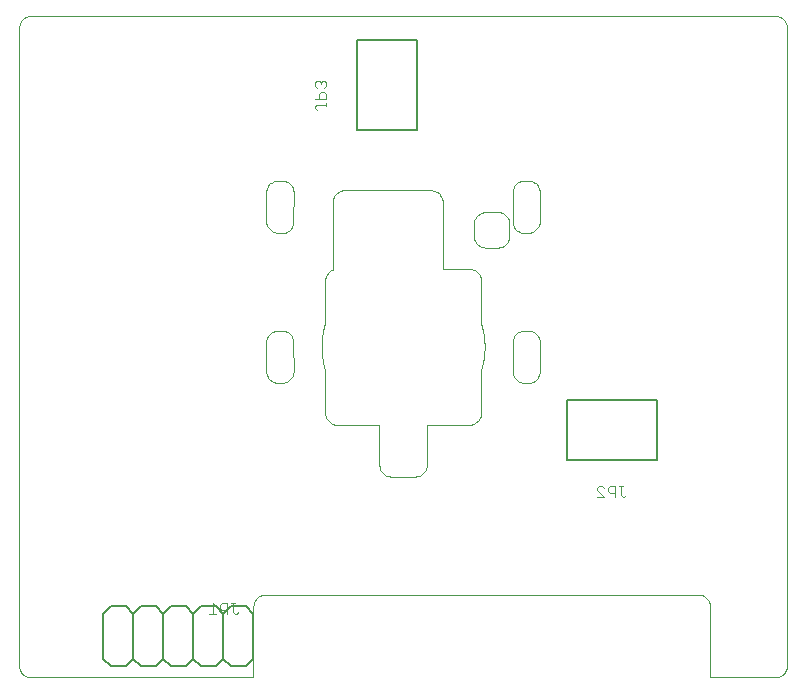
<source format=gbo>
G75*
%MOIN*%
%OFA0B0*%
%FSLAX25Y25*%
%IPPOS*%
%LPD*%
%AMOC8*
5,1,8,0,0,1.08239X$1,22.5*
%
%ADD10C,0.00004*%
%ADD11C,0.00600*%
%ADD12C,0.00400*%
%ADD13C,0.00500*%
D10*
X0003842Y0003667D02*
X0004027Y0003504D01*
X0004223Y0003352D01*
X0004428Y0003213D01*
X0004640Y0003087D01*
X0004861Y0002975D01*
X0005088Y0002877D01*
X0005320Y0002793D01*
X0005558Y0002724D01*
X0005799Y0002670D01*
X0006044Y0002631D01*
X0006290Y0002608D01*
X0006537Y0002600D01*
X0080693Y0002600D01*
X0080691Y0026222D01*
X0080696Y0026428D01*
X0080750Y0026906D01*
X0080863Y0027373D01*
X0081031Y0027823D01*
X0081253Y0028250D01*
X0081525Y0028646D01*
X0081844Y0029006D01*
X0082204Y0029324D01*
X0082600Y0029597D01*
X0083026Y0029819D01*
X0083477Y0029987D01*
X0083944Y0030099D01*
X0084422Y0030154D01*
X0228978Y0030159D01*
X0229389Y0030137D01*
X0229863Y0030058D01*
X0230324Y0029922D01*
X0230765Y0029730D01*
X0231180Y0029486D01*
X0231561Y0029193D01*
X0231904Y0028856D01*
X0232203Y0028480D01*
X0232454Y0028070D01*
X0232654Y0027633D01*
X0232798Y0027174D01*
X0232885Y0026702D01*
X0232915Y0026222D01*
X0232915Y0002600D01*
X0254569Y0002600D01*
X0254816Y0002608D01*
X0255062Y0002631D01*
X0255306Y0002670D01*
X0255548Y0002724D01*
X0255785Y0002793D01*
X0256018Y0002877D01*
X0256245Y0002975D01*
X0256465Y0003087D01*
X0256678Y0003213D01*
X0256883Y0003352D01*
X0257078Y0003504D01*
X0257263Y0003667D01*
X0257439Y0003842D01*
X0257602Y0004027D01*
X0257754Y0004223D01*
X0257893Y0004428D01*
X0258019Y0004640D01*
X0258131Y0004861D01*
X0258229Y0005088D01*
X0258313Y0005320D01*
X0258382Y0005558D01*
X0258436Y0005799D01*
X0258474Y0006044D01*
X0258498Y0006290D01*
X0258506Y0006537D01*
X0258506Y0219135D01*
X0258498Y0219383D01*
X0258474Y0219629D01*
X0258436Y0219873D01*
X0258382Y0220115D01*
X0258313Y0220352D01*
X0258229Y0220585D01*
X0258131Y0220812D01*
X0258019Y0221032D01*
X0257893Y0221245D01*
X0257754Y0221450D01*
X0257602Y0221645D01*
X0257439Y0221830D01*
X0257263Y0222006D01*
X0257078Y0222169D01*
X0256883Y0222320D01*
X0256678Y0222459D01*
X0256465Y0222585D01*
X0256245Y0222698D01*
X0256018Y0222796D01*
X0255785Y0222880D01*
X0255548Y0222949D01*
X0255306Y0223003D01*
X0255062Y0223041D01*
X0254816Y0223065D01*
X0254569Y0223072D01*
X0006537Y0223072D01*
X0006290Y0223065D01*
X0006044Y0223041D01*
X0005799Y0223003D01*
X0005558Y0222949D01*
X0005320Y0222880D01*
X0005088Y0222796D01*
X0004861Y0222698D01*
X0004640Y0222585D01*
X0004428Y0222459D01*
X0004223Y0222320D01*
X0004027Y0222169D01*
X0003842Y0222006D01*
X0003667Y0221830D01*
X0003504Y0221645D01*
X0003352Y0221450D01*
X0003213Y0221245D01*
X0003087Y0221032D01*
X0002975Y0220812D01*
X0002877Y0220585D01*
X0002793Y0220352D01*
X0002724Y0220115D01*
X0002670Y0219873D01*
X0002631Y0219629D01*
X0002608Y0219383D01*
X0002600Y0219135D01*
X0002600Y0006537D01*
X0002608Y0006290D01*
X0002631Y0006044D01*
X0002670Y0005799D01*
X0002724Y0005558D01*
X0002793Y0005320D01*
X0002877Y0005088D01*
X0002975Y0004861D01*
X0003087Y0004640D01*
X0003213Y0004428D01*
X0003352Y0004223D01*
X0003504Y0004027D01*
X0003667Y0003842D01*
X0003842Y0003667D01*
X0086336Y0101696D02*
X0085993Y0102033D01*
X0085694Y0102409D01*
X0085443Y0102819D01*
X0085243Y0103256D01*
X0085099Y0103715D01*
X0085011Y0104187D01*
X0084982Y0104667D01*
X0084984Y0114450D01*
X0085030Y0114928D01*
X0085135Y0115398D01*
X0085295Y0115851D01*
X0085509Y0116281D01*
X0085775Y0116682D01*
X0086087Y0117048D01*
X0086441Y0117372D01*
X0086833Y0117651D01*
X0087255Y0117881D01*
X0087702Y0118057D01*
X0088168Y0118177D01*
X0088644Y0118240D01*
X0090100Y0118250D01*
X0090306Y0118244D01*
X0090784Y0118190D01*
X0091251Y0118078D01*
X0091701Y0117909D01*
X0092128Y0117687D01*
X0092524Y0117415D01*
X0092884Y0117096D01*
X0093202Y0116736D01*
X0093475Y0116340D01*
X0093696Y0115914D01*
X0093865Y0115464D01*
X0093977Y0114996D01*
X0094031Y0114519D01*
X0094035Y0104530D01*
X0093989Y0104051D01*
X0093885Y0103582D01*
X0093724Y0103129D01*
X0093509Y0102698D01*
X0093244Y0102298D01*
X0092932Y0101932D01*
X0092578Y0101607D01*
X0092186Y0101328D01*
X0091764Y0101099D01*
X0091317Y0100923D01*
X0090851Y0100802D01*
X0090375Y0100740D01*
X0088919Y0100730D01*
X0088507Y0100752D01*
X0088033Y0100831D01*
X0087572Y0100967D01*
X0087131Y0101159D01*
X0086717Y0101403D01*
X0086336Y0101696D01*
X0104194Y0106264D02*
X0104083Y0106725D01*
X0103981Y0107188D01*
X0103887Y0107653D01*
X0103800Y0108119D01*
X0103722Y0108587D01*
X0103652Y0109056D01*
X0103590Y0109526D01*
X0103536Y0109996D01*
X0103491Y0110469D01*
X0103454Y0110941D01*
X0103425Y0111415D01*
X0103404Y0111888D01*
X0103391Y0112362D01*
X0103387Y0112836D01*
X0103391Y0113310D01*
X0103404Y0113784D01*
X0103425Y0114258D01*
X0103454Y0114731D01*
X0103491Y0115204D01*
X0103536Y0115676D01*
X0103590Y0116147D01*
X0103652Y0116617D01*
X0103722Y0117086D01*
X0103800Y0117554D01*
X0103887Y0118020D01*
X0103981Y0118484D01*
X0104083Y0118947D01*
X0104194Y0119408D01*
X0104313Y0119867D01*
X0104440Y0120324D01*
X0104570Y0120765D01*
X0104569Y0134883D01*
X0104574Y0135089D01*
X0104628Y0135567D01*
X0104741Y0136034D01*
X0104909Y0136485D01*
X0105131Y0136911D01*
X0105403Y0137307D01*
X0105722Y0137667D01*
X0106082Y0137986D01*
X0106478Y0138258D01*
X0106904Y0138480D01*
X0107133Y0138565D01*
X0107128Y0161065D01*
X0107133Y0161270D01*
X0107187Y0161748D01*
X0107300Y0162216D01*
X0107468Y0162666D01*
X0107690Y0163092D01*
X0107962Y0163488D01*
X0108281Y0163848D01*
X0108641Y0164167D01*
X0109037Y0164439D01*
X0109463Y0164661D01*
X0109913Y0164830D01*
X0110381Y0164942D01*
X0110859Y0164996D01*
X0139805Y0165002D01*
X0140216Y0164980D01*
X0140690Y0164901D01*
X0141151Y0164764D01*
X0141592Y0164572D01*
X0142006Y0164328D01*
X0142387Y0164036D01*
X0142730Y0163699D01*
X0143030Y0163323D01*
X0143281Y0162913D01*
X0143480Y0162476D01*
X0143625Y0162017D01*
X0143712Y0161544D01*
X0143742Y0161065D01*
X0143742Y0138819D01*
X0152600Y0138820D01*
X0153011Y0138799D01*
X0153485Y0138720D01*
X0153946Y0138583D01*
X0154387Y0138391D01*
X0154802Y0138147D01*
X0155183Y0137855D01*
X0155526Y0137518D01*
X0155825Y0137142D01*
X0156076Y0136732D01*
X0156276Y0136294D01*
X0156420Y0135836D01*
X0156507Y0135363D01*
X0156537Y0134883D01*
X0156537Y0120759D01*
X0156666Y0120324D01*
X0156793Y0119867D01*
X0156911Y0119408D01*
X0157022Y0118947D01*
X0157124Y0118484D01*
X0157219Y0118020D01*
X0157306Y0117554D01*
X0157383Y0117086D01*
X0157454Y0116617D01*
X0157516Y0116147D01*
X0157569Y0115676D01*
X0157615Y0115204D01*
X0157652Y0114731D01*
X0157681Y0114258D01*
X0157702Y0113784D01*
X0157714Y0113310D01*
X0157718Y0112836D01*
X0157714Y0112362D01*
X0157702Y0111888D01*
X0157681Y0111415D01*
X0157652Y0110941D01*
X0157615Y0110469D01*
X0157569Y0109996D01*
X0157516Y0109526D01*
X0157454Y0109056D01*
X0157383Y0108587D01*
X0157306Y0108119D01*
X0157219Y0107653D01*
X0157124Y0107188D01*
X0157022Y0106725D01*
X0156911Y0106264D01*
X0156793Y0105805D01*
X0156666Y0105348D01*
X0156537Y0104914D01*
X0156537Y0090789D01*
X0156531Y0090583D01*
X0156477Y0090106D01*
X0156365Y0089638D01*
X0156196Y0089188D01*
X0155975Y0088761D01*
X0155702Y0088365D01*
X0155384Y0088005D01*
X0155024Y0087687D01*
X0154628Y0087414D01*
X0154201Y0087193D01*
X0153751Y0087024D01*
X0153283Y0086912D01*
X0152806Y0086857D01*
X0138488Y0086856D01*
X0138427Y0086837D01*
X0138427Y0073466D01*
X0138421Y0073260D01*
X0138367Y0072783D01*
X0138255Y0072315D01*
X0138086Y0071865D01*
X0137865Y0071439D01*
X0137592Y0071043D01*
X0137274Y0070682D01*
X0136913Y0070364D01*
X0136517Y0070091D01*
X0136091Y0069870D01*
X0135641Y0069701D01*
X0135173Y0069589D01*
X0134696Y0069535D01*
X0126616Y0069529D01*
X0126410Y0069535D01*
X0125932Y0069589D01*
X0125465Y0069701D01*
X0125015Y0069870D01*
X0124588Y0070091D01*
X0124192Y0070364D01*
X0123832Y0070682D01*
X0123513Y0071043D01*
X0123241Y0071439D01*
X0123019Y0071865D01*
X0122851Y0072315D01*
X0122739Y0072783D01*
X0122684Y0073260D01*
X0122683Y0086836D01*
X0122624Y0086854D01*
X0108506Y0086852D01*
X0108300Y0086857D01*
X0107822Y0086912D01*
X0107355Y0087024D01*
X0106904Y0087193D01*
X0106478Y0087414D01*
X0106082Y0087687D01*
X0105722Y0088005D01*
X0105403Y0088365D01*
X0105131Y0088761D01*
X0104909Y0089188D01*
X0104741Y0089638D01*
X0104628Y0090106D01*
X0104574Y0090583D01*
X0104572Y0104901D01*
X0104440Y0105348D01*
X0104313Y0105805D01*
X0104194Y0106264D01*
X0091251Y0150902D02*
X0090784Y0150790D01*
X0090306Y0150735D01*
X0090100Y0150730D01*
X0088644Y0150739D01*
X0088168Y0150802D01*
X0087702Y0150923D01*
X0087255Y0151099D01*
X0086833Y0151328D01*
X0086441Y0151607D01*
X0086087Y0151932D01*
X0085775Y0152298D01*
X0085509Y0152698D01*
X0085295Y0153129D01*
X0085135Y0153582D01*
X0085030Y0154051D01*
X0084984Y0154530D01*
X0084982Y0164313D01*
X0085011Y0164792D01*
X0085099Y0165265D01*
X0085243Y0165723D01*
X0085443Y0166161D01*
X0085694Y0166570D01*
X0085993Y0166947D01*
X0086336Y0167284D01*
X0086717Y0167576D01*
X0087131Y0167820D01*
X0087572Y0168012D01*
X0088033Y0168148D01*
X0088507Y0168228D01*
X0088919Y0168250D01*
X0090375Y0168240D01*
X0090851Y0168177D01*
X0091317Y0168057D01*
X0091764Y0167881D01*
X0092186Y0167651D01*
X0092578Y0167372D01*
X0092932Y0167047D01*
X0093244Y0166682D01*
X0093509Y0166281D01*
X0093724Y0165851D01*
X0093885Y0165398D01*
X0093989Y0164928D01*
X0094035Y0164450D01*
X0094031Y0154461D01*
X0093977Y0153983D01*
X0093865Y0153516D01*
X0093696Y0153066D01*
X0093475Y0152639D01*
X0093202Y0152243D01*
X0092884Y0151883D01*
X0092524Y0151565D01*
X0092128Y0151292D01*
X0091701Y0151070D01*
X0091251Y0150902D01*
X0154180Y0149638D02*
X0154175Y0153781D01*
X0154180Y0153987D01*
X0154235Y0154465D01*
X0154347Y0154932D01*
X0154515Y0155382D01*
X0154737Y0155809D01*
X0155009Y0156205D01*
X0155328Y0156565D01*
X0155688Y0156883D01*
X0156084Y0157156D01*
X0156511Y0157378D01*
X0156961Y0157546D01*
X0157428Y0157658D01*
X0157906Y0157713D01*
X0162049Y0157718D01*
X0162460Y0157696D01*
X0162934Y0157617D01*
X0163395Y0157481D01*
X0163836Y0157289D01*
X0164250Y0157045D01*
X0164632Y0156752D01*
X0164974Y0156415D01*
X0165274Y0156039D01*
X0165525Y0155630D01*
X0165724Y0155192D01*
X0165869Y0154733D01*
X0165956Y0154261D01*
X0165986Y0153781D01*
X0165986Y0149844D01*
X0165980Y0149638D01*
X0165926Y0149160D01*
X0165814Y0148693D01*
X0165645Y0148243D01*
X0165424Y0147817D01*
X0165151Y0147420D01*
X0164833Y0147060D01*
X0164472Y0146742D01*
X0164076Y0146469D01*
X0163650Y0146248D01*
X0163200Y0146079D01*
X0162732Y0145967D01*
X0162255Y0145913D01*
X0158112Y0145907D01*
X0157906Y0145913D01*
X0157428Y0145967D01*
X0156961Y0146079D01*
X0156511Y0146248D01*
X0156084Y0146469D01*
X0155688Y0146742D01*
X0155328Y0147060D01*
X0155009Y0147420D01*
X0154737Y0147817D01*
X0154515Y0148243D01*
X0154347Y0148693D01*
X0154235Y0149160D01*
X0154180Y0149638D01*
X0167128Y0153983D02*
X0167074Y0154461D01*
X0167071Y0164450D01*
X0167117Y0164928D01*
X0167221Y0165398D01*
X0167381Y0165851D01*
X0167596Y0166281D01*
X0167861Y0166682D01*
X0168174Y0167047D01*
X0168528Y0167372D01*
X0168919Y0167651D01*
X0169342Y0167881D01*
X0169789Y0168057D01*
X0170254Y0168177D01*
X0170731Y0168240D01*
X0172187Y0168250D01*
X0172598Y0168228D01*
X0173072Y0168148D01*
X0173533Y0168012D01*
X0173974Y0167820D01*
X0174388Y0167576D01*
X0174769Y0167284D01*
X0175112Y0166947D01*
X0175411Y0166570D01*
X0175663Y0166161D01*
X0175862Y0165723D01*
X0176007Y0165265D01*
X0176094Y0164792D01*
X0176124Y0164313D01*
X0176121Y0154530D01*
X0176075Y0154051D01*
X0175971Y0153582D01*
X0175811Y0153129D01*
X0175596Y0152698D01*
X0175331Y0152298D01*
X0175019Y0151932D01*
X0174664Y0151607D01*
X0174273Y0151328D01*
X0173850Y0151099D01*
X0173403Y0150923D01*
X0172938Y0150802D01*
X0172461Y0150739D01*
X0171006Y0150730D01*
X0170800Y0150735D01*
X0170322Y0150790D01*
X0169854Y0150902D01*
X0169404Y0151070D01*
X0168978Y0151292D01*
X0168581Y0151565D01*
X0168222Y0151883D01*
X0167903Y0152243D01*
X0167631Y0152639D01*
X0167409Y0153066D01*
X0167241Y0153516D01*
X0167128Y0153983D01*
X0170800Y0118244D02*
X0171006Y0118250D01*
X0172461Y0118240D01*
X0172938Y0118177D01*
X0173403Y0118057D01*
X0173850Y0117881D01*
X0174273Y0117651D01*
X0174664Y0117372D01*
X0175019Y0117048D01*
X0175331Y0116682D01*
X0175596Y0116281D01*
X0175811Y0115851D01*
X0175971Y0115398D01*
X0176075Y0114928D01*
X0176121Y0114450D01*
X0176124Y0104667D01*
X0176094Y0104187D01*
X0176007Y0103715D01*
X0175862Y0103256D01*
X0175663Y0102819D01*
X0175411Y0102409D01*
X0175112Y0102033D01*
X0174769Y0101696D01*
X0174388Y0101403D01*
X0173974Y0101159D01*
X0173533Y0100967D01*
X0173072Y0100831D01*
X0172598Y0100752D01*
X0172187Y0100730D01*
X0170731Y0100740D01*
X0170254Y0100802D01*
X0169789Y0100923D01*
X0169342Y0101099D01*
X0168919Y0101328D01*
X0168528Y0101607D01*
X0168174Y0101932D01*
X0167861Y0102298D01*
X0167596Y0102698D01*
X0167381Y0103129D01*
X0167221Y0103582D01*
X0167117Y0104051D01*
X0167071Y0104530D01*
X0167074Y0114519D01*
X0167128Y0114996D01*
X0167241Y0115464D01*
X0167409Y0115914D01*
X0167631Y0116340D01*
X0167903Y0116736D01*
X0168222Y0117096D01*
X0168581Y0117415D01*
X0168978Y0117687D01*
X0169404Y0117909D01*
X0169854Y0118078D01*
X0170322Y0118190D01*
X0170800Y0118244D01*
D11*
X0078053Y0026380D02*
X0073053Y0026380D01*
X0070553Y0023880D01*
X0070553Y0008880D01*
X0068053Y0006380D01*
X0063053Y0006380D01*
X0060553Y0008880D01*
X0060553Y0023880D01*
X0058053Y0026380D01*
X0053053Y0026380D01*
X0050553Y0023880D01*
X0050553Y0008880D01*
X0048053Y0006380D01*
X0043053Y0006380D01*
X0040553Y0008880D01*
X0038053Y0006380D01*
X0033053Y0006380D01*
X0030553Y0008880D01*
X0030553Y0023880D01*
X0033053Y0026380D01*
X0038053Y0026380D01*
X0040553Y0023880D01*
X0040553Y0008880D01*
X0050553Y0008880D02*
X0053053Y0006380D01*
X0058053Y0006380D01*
X0060553Y0008880D01*
X0070553Y0008880D02*
X0073053Y0006380D01*
X0078053Y0006380D01*
X0080553Y0008880D01*
X0080553Y0023880D01*
X0078053Y0026380D01*
X0070553Y0023880D02*
X0068053Y0026380D01*
X0063053Y0026380D01*
X0060553Y0023880D01*
X0050553Y0023880D02*
X0048053Y0026380D01*
X0043053Y0026380D01*
X0040553Y0023880D01*
D12*
X0065884Y0023780D02*
X0068286Y0023780D01*
X0067085Y0023780D02*
X0067085Y0027383D01*
X0068286Y0026182D01*
X0069568Y0026782D02*
X0069568Y0025581D01*
X0070168Y0024981D01*
X0071970Y0024981D01*
X0071970Y0023780D02*
X0071970Y0027383D01*
X0070168Y0027383D01*
X0069568Y0026782D01*
X0073251Y0027383D02*
X0074452Y0027383D01*
X0073851Y0027383D02*
X0073851Y0024380D01*
X0074452Y0023780D01*
X0075052Y0023780D01*
X0075653Y0024380D01*
X0195132Y0062800D02*
X0197534Y0062800D01*
X0195132Y0065202D01*
X0195132Y0065803D01*
X0195732Y0066403D01*
X0196933Y0066403D01*
X0197534Y0065803D01*
X0198815Y0065803D02*
X0198815Y0064602D01*
X0199415Y0064001D01*
X0201217Y0064001D01*
X0201217Y0062800D02*
X0201217Y0066403D01*
X0199415Y0066403D01*
X0198815Y0065803D01*
X0202498Y0066403D02*
X0203699Y0066403D01*
X0203098Y0066403D02*
X0203098Y0063401D01*
X0203699Y0062800D01*
X0204299Y0062800D01*
X0204900Y0063401D01*
X0104903Y0192952D02*
X0104903Y0194153D01*
X0104903Y0193552D02*
X0101901Y0193552D01*
X0101300Y0192952D01*
X0101300Y0192351D01*
X0101901Y0191751D01*
X0102501Y0195434D02*
X0102501Y0197235D01*
X0103102Y0197836D01*
X0104303Y0197836D01*
X0104903Y0197235D01*
X0104903Y0195434D01*
X0101300Y0195434D01*
X0101901Y0199117D02*
X0101300Y0199717D01*
X0101300Y0200918D01*
X0101901Y0201519D01*
X0102501Y0201519D01*
X0103102Y0200918D01*
X0103102Y0200318D01*
X0103102Y0200918D02*
X0103702Y0201519D01*
X0104303Y0201519D01*
X0104903Y0200918D01*
X0104903Y0199717D01*
X0104303Y0199117D01*
D13*
X0115100Y0185100D02*
X0135100Y0185100D01*
X0135100Y0215100D01*
X0115100Y0215100D01*
X0115100Y0185100D01*
X0185100Y0095100D02*
X0185100Y0075100D01*
X0215100Y0075100D01*
X0215100Y0095100D01*
X0185100Y0095100D01*
M02*

</source>
